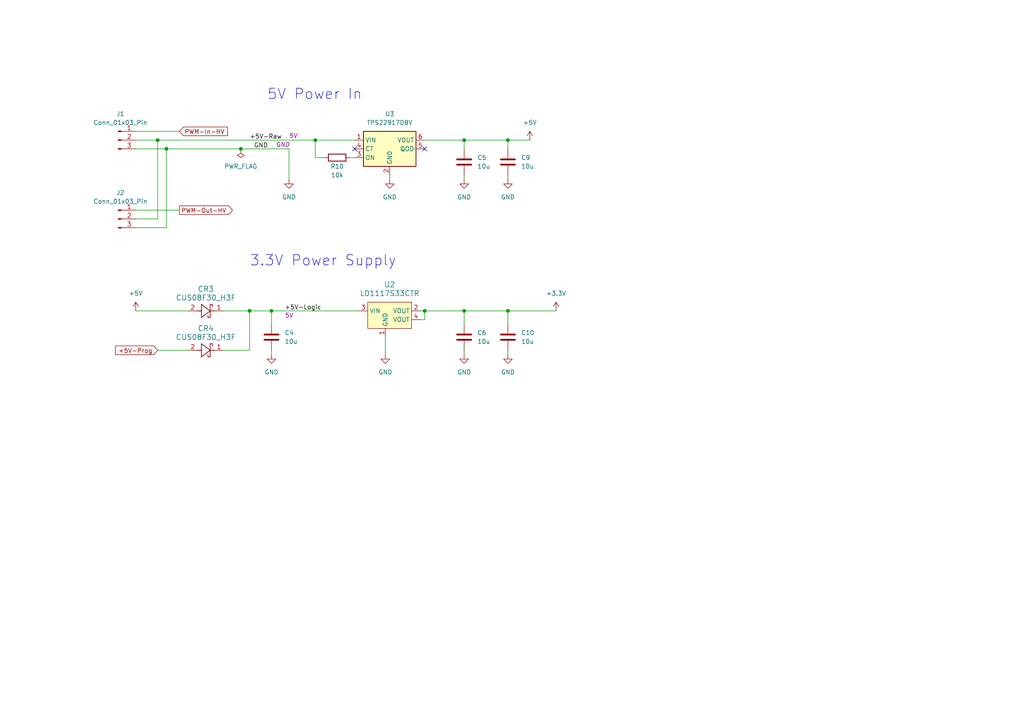
<source format=kicad_sch>
(kicad_sch (version 20230121) (generator eeschema)
  (paper "A4")
  (title_block (title "Hydrofoil Control") (date "2023-09-04") (rev "v1.1") (company "Tamás Nagy"))
  (lib_symbols
    (symbol "2023-10-06_10-19-56:CUS08F30_H3FT" (pin_names (offset 0.254))
      (property "Reference" "CR" (at 5.08 4.445 0))
      (property "Value" "CUS08F30_H3FT" (at 5.08 -3.81 0))
      (symbol "CUS08F30_H3FT_1_1"
        (polyline (pts (xy 2.54 0) (xy 3.4798 0)) (stroke (width 0.2032)))
        (polyline (pts (xy 3.175 0) (xy 3.81 0)) (stroke (width 0.2032)))
        (polyline (pts (xy 3.81 -1.905) (xy 6.35 0)) (stroke (width 0.2032)))
        (polyline (pts (xy 3.81 1.905) (xy 3.81 -1.905)) (stroke (width 0.2032)))
        (polyline (pts (xy 6.35 -1.905) (xy 6.35 1.905)) (stroke (width 0.2032)))
        (polyline (pts (xy 6.35 0) (xy 3.81 1.905)) (stroke (width 0.2032)))
        (polyline (pts (xy 6.35 0) (xy 7.62 0)) (stroke (width 0.2032)))
        (polyline (pts (xy 6.35 -1.905) (xy 5.715 -1.905) (xy 5.715 -1.27)) (stroke (width 0.2032)))
        (polyline (pts (xy 6.35 1.905) (xy 6.985 1.905) (xy 6.985 1.27)) (stroke (width 0.2032)))
        (pin unspecified line (at 10.16 0 180) (length 2.54) (name "") (number "1"))
        (pin unspecified line (at 0 0 0) (length 2.54) (name "") (number "2"))
      )
      (symbol "CUS08F30_H3FT_1_2"
        (polyline (pts (xy -1.905 3.81) (xy 1.905 3.81)) (stroke (width 0.2032)))
        (polyline (pts (xy 0 2.54) (xy 0 3.4798)) (stroke (width 0.2032)))
        (polyline (pts (xy 0 3.175) (xy 0 3.81)) (stroke (width 0.2032)))
        (polyline (pts (xy 0 6.35) (xy -1.905 3.81)) (stroke (width 0.2032)))
        (polyline (pts (xy 0 6.35) (xy 0 7.62)) (stroke (width 0.2032)))
        (polyline (pts (xy 1.905 3.81) (xy 0 6.35)) (stroke (width 0.2032)))
        (polyline (pts (xy 1.905 6.35) (xy -1.905 6.35)) (stroke (width 0.2032)))
        (pin unspecified line (at 0 10.16 270) (length 2.54) (name "") (number "1"))
        (pin unspecified line (at 0 0 90) (length 2.54) (name "") (number "2"))
      )
    )
    (symbol "Connector:Conn_01x03_Pin" (pin_names (offset 1.016) hide)
      (property "Reference" "J" (at 0 5.08 0))
      (property "Value" "Conn_01x03_Pin" (at 0 -5.08 0))
      (symbol "Conn_01x03_Pin_1_1"
        (polyline (pts (xy 1.27 -2.54) (xy 0.8636 -2.54)) (stroke (width 0.1524)))
        (polyline (pts (xy 1.27 0) (xy 0.8636 0)) (stroke (width 0.1524)))
        (polyline (pts (xy 1.27 2.54) (xy 0.8636 2.54)) (stroke (width 0.1524)))
        (rectangle (start 0.8636 -2.413) (end 0 -2.667) (stroke (width 0.1524)) (fill (type outline)))
        (rectangle (start 0.8636 0.127) (end 0 -0.127) (stroke (width 0.1524)) (fill (type outline)))
        (rectangle (start 0.8636 2.667) (end 0 2.413) (stroke (width 0.1524)) (fill (type outline)))
        (pin passive line (at 5.08 2.54 180) (length 3.81) (name "Pin_1") (number "1"))
        (pin passive line (at 5.08 0 180) (length 3.81) (name "Pin_2") (number "2"))
        (pin passive line (at 5.08 -2.54 180) (length 3.81) (name "Pin_3") (number "3"))
      )
    )
    (symbol "Device:C" (pin_numbers hide) (pin_names (offset 0.254))
      (property "Reference" "C" (at 0.635 2.54 0))
      (property "Value" "C" (at 0.635 -2.54 0))
      (symbol "C_0_1"
        (polyline (pts (xy -2.032 -0.762) (xy 2.032 -0.762)) (stroke (width 0.508)))
        (polyline (pts (xy -2.032 0.762) (xy 2.032 0.762)) (stroke (width 0.508)))
      )
      (symbol "C_1_1"
        (pin passive line (at 0 3.81 270) (length 2.794) (name "~") (number "1"))
        (pin passive line (at 0 -3.81 90) (length 2.794) (name "~") (number "2"))
      )
    )
    (symbol "Device:R" (pin_numbers hide) (pin_names (offset 0))
      (property "Reference" "R" (at 2.032 0 90))
      (property "Value" "R" (at 0 0 90))
      (symbol "R_0_1"
        (rectangle (start -1.016 -2.54) (end 1.016 2.54) (stroke (width 0.254)))
      )
      (symbol "R_1_1"
        (pin passive line (at 0 3.81 270) (length 1.27) (name "~") (number "1"))
        (pin passive line (at 0 -3.81 90) (length 1.27) (name "~") (number "2"))
      )
    )
    (symbol "Power_Management:TPS22917DBV"
      (property "Reference" "U" (at -6.35 6.35 0))
      (property "Value" "TPS22917DBV" (at 2.54 6.35 0))
      (symbol "TPS22917DBV_0_1"
        (rectangle (start -7.62 5.08) (end 7.62 -5.08) (stroke (width 0.254)) (fill (type background)))
      )
      (symbol "TPS22917DBV_1_1"
        (pin power_in line (at -10.16 2.54 0) (length 2.54) (name "VIN") (number "1"))
        (pin power_in line (at 0 -7.62 90) (length 2.54) (name "GND") (number "2"))
        (pin input line (at -10.16 -2.54 0) (length 2.54) (name "ON") (number "3"))
        (pin output line (at -10.16 0 0) (length 2.54) (name "CT") (number "4"))
        (pin open_collector line (at 10.16 0 180) (length 2.54) (name "QOD") (number "5"))
        (pin power_out line (at 10.16 2.54 180) (length 2.54) (name "VOUT") (number "6"))
      )
    )
    (symbol "dk_PMIC-Voltage-Regulators-Linear:LD1117S33CTR"
      (property "Reference" "U" (at 1.27 3.81 0))
      (property "Value" "LD1117S33CTR" (at 1.27 6.35 0))
      (symbol "LD1117S33CTR_1_1"
        (rectangle (start -5.08 2.54) (end 7.62 -5.08) (fill (type background)))
        (pin power_in line (at 0 -7.62 90) (length 2.54) (name "GND") (number "1"))
        (pin power_out line (at 10.16 0 180) (length 2.54) (name "VOUT") (number "2"))
        (pin power_in line (at -7.62 0 0) (length 2.54) (name "VIN") (number "3"))
        (pin power_out line (at 10.16 -2.54 180) (length 2.54) (name "VOUT") (number "4"))
      )
    )
    (symbol "power:+3.3V" (power) (pin_names (offset 0))
      (property "Value" "+3.3V" (at 0 3.556 0))
      (symbol "+3.3V_0_1"
        (polyline (pts (xy -0.762 1.27) (xy 0 2.54)))
        (polyline (pts (xy 0 0) (xy 0 2.54)))
        (polyline (pts (xy 0 2.54) (xy 0.762 1.27)))
      )
      (symbol "+3.3V_1_1"
        (pin power_in line (at 0 0 90) (length 0) hide (name "+3.3V") (number "1"))
      )
    )
    (symbol "power:+5V" (power) (pin_names (offset 0))
      (property "Value" "+5V" (at 0 3.556 0))
      (symbol "+5V_0_1"
        (polyline (pts (xy -0.762 1.27) (xy 0 2.54)))
        (polyline (pts (xy 0 0) (xy 0 2.54)))
        (polyline (pts (xy 0 2.54) (xy 0.762 1.27)))
      )
      (symbol "+5V_1_1"
        (pin power_in line (at 0 0 90) (length 0) hide (name "+5V") (number "1"))
      )
    )
    (symbol "power:GND" (power) (pin_names (offset 0))
      (property "Value" "GND" (at 0 -3.81 0))
      (symbol "GND_0_1"
        (polyline (pts (xy 0 0) (xy 0 -1.27) (xy 1.27 -1.27) (xy 0 -2.54) (xy -1.27 -1.27) (xy 0 -1.27)))
      )
      (symbol "GND_1_1"
        (pin power_in line (at 0 0 270) (length 0) hide (name "GND") (number "1"))
      )
    )
    (symbol "power:PWR_FLAG" (power) (pin_numbers hide) (pin_names (offset 0) hide)
      (property "Value" "PWR_FLAG" (at 0 3.81 0))
      (symbol "PWR_FLAG_0_0"
        (pin power_out line (at 0 0 90) (length 0) (name "pwr") (number "1"))
      )
      (symbol "PWR_FLAG_0_1"
        (polyline (pts (xy 0 0) (xy 0 1.27) (xy -1.016 1.905) (xy 0 2.54) (xy 1.016 1.905) (xy 0 1.27)))
      )
    )
  )
  (junction (at 91.44 40.64))
  (junction (at 147.32 40.64))
  (junction (at 78.74 90.17))
  (junction (at 69.85 43.18))
  (junction (at 147.32 90.17))
  (junction (at 72.39 90.17))
  (junction (at 45.72 40.64))
  (junction (at 134.62 90.17))
  (junction (at 123.19 90.17))
  (junction (at 48.26 43.18))
  (junction (at 134.62 40.64))
  (no_connect (at 123.19 43.18))
  (no_connect (at 102.87 43.18))
  (wire (pts (xy 134.62 90.17) (xy 123.19 90.17)))
  (wire (pts (xy 147.32 40.64) (xy 153.67 40.64)))
  (wire (pts (xy 45.72 101.6) (xy 54.61 101.6)))
  (wire (pts (xy 123.19 40.64) (xy 134.62 40.64)))
  (wire (pts (xy 123.19 90.17) (xy 123.19 92.71)))
  (wire (pts (xy 134.62 40.64) (xy 147.32 40.64)))
  (wire (pts (xy 113.03 50.8) (xy 113.03 52.07)))
  (wire (pts (xy 45.72 63.5) (xy 39.37 63.5)))
  (wire (pts (xy 147.32 102.87) (xy 147.32 101.6)))
  (wire (pts (xy 45.72 40.64) (xy 45.72 63.5)))
  (wire (pts (xy 91.44 40.64) (xy 102.87 40.64)))
  (wire (pts (xy 134.62 102.87) (xy 134.62 101.6)))
  (wire (pts (xy 48.26 43.18) (xy 69.85 43.18)))
  (wire (pts (xy 93.98 45.72) (xy 91.44 45.72)))
  (wire (pts (xy 101.6 45.72) (xy 102.87 45.72)))
  (wire (pts (xy 134.62 50.8) (xy 134.62 52.07)))
  (wire (pts (xy 134.62 93.98) (xy 134.62 90.17)))
  (wire (pts (xy 147.32 90.17) (xy 161.29 90.17)))
  (wire (pts (xy 39.37 38.1) (xy 52.07 38.1)))
  (wire (pts (xy 78.74 102.87) (xy 78.74 101.6)))
  (wire (pts (xy 72.39 90.17) (xy 78.74 90.17)))
  (wire (pts (xy 147.32 50.8) (xy 147.32 52.07)))
  (wire (pts (xy 39.37 60.96) (xy 52.07 60.96)))
  (wire (pts (xy 123.19 92.71) (xy 121.92 92.71)))
  (wire (pts (xy 134.62 40.64) (xy 134.62 43.18)))
  (wire (pts (xy 111.76 97.79) (xy 111.76 102.87)))
  (wire (pts (xy 78.74 90.17) (xy 104.14 90.17)))
  (wire (pts (xy 134.62 90.17) (xy 147.32 90.17)))
  (wire (pts (xy 72.39 101.6) (xy 72.39 90.17)))
  (wire (pts (xy 64.77 90.17) (xy 72.39 90.17)))
  (wire (pts (xy 39.37 40.64) (xy 45.72 40.64)))
  (wire (pts (xy 39.37 90.17) (xy 54.61 90.17)))
  (wire (pts (xy 147.32 40.64) (xy 147.32 43.18)))
  (wire (pts (xy 78.74 90.17) (xy 78.74 93.98)))
  (wire (pts (xy 45.72 40.64) (xy 91.44 40.64)))
  (wire (pts (xy 147.32 93.98) (xy 147.32 90.17)))
  (wire (pts (xy 83.82 43.18) (xy 83.82 52.07)))
  (wire (pts (xy 123.19 90.17) (xy 121.92 90.17)))
  (wire (pts (xy 39.37 66.04) (xy 48.26 66.04)))
  (wire (pts (xy 64.77 101.6) (xy 72.39 101.6)))
  (wire (pts (xy 48.26 43.18) (xy 48.26 66.04)))
  (wire (pts (xy 39.37 43.18) (xy 48.26 43.18)))
  (wire (pts (xy 69.85 43.18) (xy 83.82 43.18)))
  (wire (pts (xy 91.44 45.72) (xy 91.44 40.64)))
  (text "3.3V Power Supply" (at 72.39 77.47 0) (effects (font (size 3 3)) (justify left bottom)))
  (text "5V Power In" (at 77.47 29.21 0) (effects (font (size 3 3)) (justify left bottom)))
  (label "GND" (at 73.66 43.18 0) (property "Netclass" "GND" (at 80.01 41.91 0) (effects (font italic) (justify left))))
  (label "+5V-Logic" (at 82.55 90.17 0) (property "Netclass" "5V" (at 82.55 91.44 0) (effects (font italic) (justify left))))
  (label "+5V-Raw" (at 72.39 40.64 0) (property "Netclass" "5V" (at 83.82 39.37 0) (effects (font italic) (justify left))))
  (global_label "+5V-Prog" (shape input) (at 45.72 101.6 180) (property "Intersheetrefs" "${INTERSHEET_REFS}" (effects hide)) (property "Netclass" "5V" (effects hide)))
  (global_label "PWM-Out-HV" (shape output) (at 52.07 60.96 0) (property "Intersheetrefs" "${INTERSHEET_REFS}" (effects hide)) (property "Netclass" "Default" (effects hide)))
  (global_label "PWM-In-HV" (shape input) (at 52.07 38.1 0) (property "Intersheetrefs" "${INTERSHEET_REFS}" (effects hide)) (property "Netclass" "Default" (effects hide)))
  (symbol (lib_id "power:+5V") (at 39.37 90.17 0) (unit 1)
    (property "Reference" "#PWR018" (effects hide))
    (property "Value" "+5V" (at 39.37 85.09 0))
  )
  (symbol (lib_id "Connector:Conn_01x03_Pin") (at 34.29 40.64 0) (unit 1) (in_bom no)
    (property "Reference" "J1" (at 34.925 33.02 0))
    (property "Value" "Conn_01x03_Pin" (at 34.925 35.56 0))
    (property "Footprint" "Custom_Footprints:Solder_Connector" (effects hide))
  )
  (symbol (lib_id "Device:R") (at 97.79 45.72 270) (unit 1)
    (property "Reference" "R10" (at 97.79 48.26 90))
    (property "Value" "10k" (at 97.79 50.8 90))
    (property "Footprint" "Resistor_SMD:R_0402_1005Metric_Pad0.72x0.64mm_HandSolder" (effects hide))
    (property "MPN" "0402WGF1002TCE" (effects hide))
  )
  (symbol (lib_id "dk_PMIC-Voltage-Regulators-Linear:LD1117S33CTR") (at 111.76 90.17 0) (unit 1)
    (property "Reference" "U2" (at 113.03 82.55 0) (effects (font (size 1.524 1.524))))
    (property "Value" "LD1117S33CTR" (at 113.03 85.09 0) (effects (font (size 1.524 1.524))))
    (property "Footprint" "digikey-footprints:SOT-223" (effects hide))
    (property "Datasheet" "http://www.st.com/content/ccc/resource/technical/document/datasheet/99/3b/7d/91/91/51/4b/be/CD00000544.pdf/files/CD00000544.pdf/jcr:content/translations/en.CD00000544.pdf" (effects hide))
    (property "Digi-Key_PN" "497-1241-1-ND" (effects hide))
    (property "MPN" "LD1117S33CTR" (effects hide))
    (property "Category" "Integrated Circuits (ICs)" (effects hide))
    (property "Family" "PMIC - Voltage Regulators - Linear" (effects hide))
    (property "DK_Datasheet_Link" "http://www.st.com/content/ccc/resource/technical/document/datasheet/99/3b/7d/91/91/51/4b/be/CD00000544.pdf/files/CD00000544.pdf/jcr:content/translations/en.CD00000544.pdf" (effects hide))
    (property "DK_Detail_Page" "/product-detail/en/stmicroelectronics/LD1117S33CTR/497-1241-1-ND/586241" (effects hide))
    (property "Description" "IC REG LINEAR 3.3V 800MA SOT223" (effects hide))
    (property "Manufacturer" "STMicroelectronics" (effects hide))
    (property "Status" "Active" (effects hide))
  )
  (symbol (lib_id "power:GND") (at 113.03 52.07 0) (unit 1)
    (property "Reference" "#PWR022" (effects hide))
    (property "Value" "GND" (at 113.03 57.15 0))
  )
  (symbol (lib_id "Connector:Conn_01x03_Pin") (at 34.29 63.5 0) (unit 1) (in_bom no)
    (property "Reference" "J2" (at 34.925 55.88 0))
    (property "Value" "Conn_01x03_Pin" (at 34.925 58.42 0))
    (property "Footprint" "Custom_Footprints:Solder_Connector" (effects hide))
  )
  (symbol (lib_id "power:GND") (at 134.62 52.07 0) (unit 1)
    (property "Reference" "#PWR023" (effects hide))
    (property "Value" "GND" (at 134.62 57.15 0))
  )
  (symbol (lib_id "Device:C") (at 134.62 46.99 0) (unit 1)
    (property "Reference" "C5" (at 138.43 45.72 0) (effects (justify left)))
    (property "Value" "10u" (at 138.43 48.26 0) (effects (justify left)))
    (property "Footprint" "Capacitor_SMD:C_0402_1005Metric_Pad0.74x0.62mm_HandSolder" (effects hide))
    (property "MPN" "CL05A106MP5NUNC" (effects hide))
  )
  (symbol (lib_id "power:PWR_FLAG") (at 69.85 43.18 180) (unit 1)
    (property "Reference" "#FLG01" (effects hide))
    (property "Value" "PWR_FLAG" (at 69.85 48.26 0))
  )
  (symbol (lib_id "Device:C") (at 78.74 97.79 0) (unit 1)
    (property "Reference" "C4" (at 82.55 96.52 0) (effects (justify left)))
    (property "Value" "10u" (at 82.55 99.06 0) (effects (justify left)))
    (property "Footprint" "Capacitor_SMD:C_0402_1005Metric_Pad0.74x0.62mm_HandSolder" (effects hide))
    (property "MPN" "CL05A106MP5NUNC" (effects hide))
  )
  (symbol (lib_id "power:GND") (at 147.32 102.87 0) (unit 1)
    (property "Reference" "#PWR045" (effects hide))
    (property "Value" "GND" (at 147.32 107.95 0))
  )
  (symbol (lib_id "power:+3.3V") (at 161.29 90.17 0) (unit 1)
    (property "Reference" "#PWR026" (effects hide))
    (property "Value" "+3.3V" (at 161.29 85.09 0))
  )
  (symbol (lib_id "power:+5V") (at 153.67 40.64 0) (unit 1)
    (property "Reference" "#PWR025" (effects hide))
    (property "Value" "+5V" (at 153.67 35.56 0))
  )
  (symbol (lib_id "Device:C") (at 134.62 97.79 0) (unit 1)
    (property "Reference" "C6" (at 138.43 96.52 0) (effects (justify left)))
    (property "Value" "10u" (at 138.43 99.06 0) (effects (justify left)))
    (property "Footprint" "Capacitor_SMD:C_0402_1005Metric_Pad0.74x0.62mm_HandSolder" (effects hide))
    (property "MPN" "CL05A106MP5NUNC" (effects hide))
  )
  (symbol (lib_id "power:GND") (at 111.76 102.87 0) (unit 1)
    (property "Reference" "#PWR021" (effects hide))
    (property "Value" "GND" (at 111.76 107.95 0))
  )
  (symbol (lib_id "power:GND") (at 83.82 52.07 0) (unit 1)
    (property "Reference" "#PWR020" (effects hide))
    (property "Value" "GND" (at 83.82 57.15 0))
  )
  (symbol (lib_id "power:GND") (at 134.62 102.87 0) (unit 1)
    (property "Reference" "#PWR024" (effects hide))
    (property "Value" "GND" (at 134.62 107.95 0))
  )
  (symbol (lib_id "2023-10-06_10-19-56:CUS08F30_H3FT") (at 54.61 90.17 0) (unit 1)
    (property "Reference" "CR3" (at 59.69 83.82 0) (effects (font (size 1.524 1.524))))
    (property "Value" "CUS08F30_H3F" (at 59.69 86.36 0) (effects (font (size 1.524 1.524))))
    (property "Footprint" "CUS08F30:USC_TOS" (effects hide))
    (property "Datasheet" "https://www.vishay.com/docs/63717/sip32408.pdf" (effects hide))
    (property "MPN" "CUS08F30,H3F" (effects hide))
  )
  (symbol (lib_id "power:GND") (at 78.74 102.87 0) (unit 1)
    (property "Reference" "#PWR019" (effects hide))
    (property "Value" "GND" (at 78.74 107.95 0))
  )
  (symbol (lib_id "2023-10-06_10-19-56:CUS08F30_H3FT") (at 54.61 101.6 0) (unit 1)
    (property "Reference" "CR4" (at 59.69 95.25 0) (effects (font (size 1.524 1.524))))
    (property "Value" "CUS08F30_H3F" (at 59.69 97.79 0) (effects (font (size 1.524 1.524))))
    (property "Footprint" "CUS08F30:USC_TOS" (effects hide))
    (property "Datasheet" "https://www.vishay.com/docs/63717/sip32408.pdf" (effects hide))
    (property "MPN" "CUS08F30,H3F" (effects hide))
  )
  (symbol (lib_id "Device:C") (at 147.32 46.99 0) (unit 1)
    (property "Reference" "C9" (at 151.13 45.72 0) (effects (justify left)))
    (property "Value" "10u" (at 151.13 48.26 0) (effects (justify left)))
    (property "Footprint" "Capacitor_SMD:C_0402_1005Metric_Pad0.74x0.62mm_HandSolder" (effects hide))
    (property "MPN" "CL05A106MP5NUNC" (effects hide))
  )
  (symbol (lib_id "Device:C") (at 147.32 97.79 0) (unit 1)
    (property "Reference" "C10" (at 151.13 96.52 0) (effects (justify left)))
    (property "Value" "10u" (at 151.13 99.06 0) (effects (justify left)))
    (property "Footprint" "Capacitor_SMD:C_0402_1005Metric_Pad0.74x0.62mm_HandSolder" (effects hide))
    (property "MPN" "CL05A106MP5NUNC" (effects hide))
  )
  (symbol (lib_id "Power_Management:TPS22917DBV") (at 113.03 43.18 0) (unit 1)
    (property "Reference" "U3" (at 113.03 33.02 0))
    (property "Value" "TPS22917DBV" (at 113.03 35.56 0))
    (property "Footprint" "Package_TO_SOT_SMD:SOT-23-6" (effects hide))
    (property "Datasheet" "http://www.ti.com/lit/ds/symlink/tps22917.pdf" (effects hide))
    (property "MPN" "TPS22917DBVR" (effects hide))
  )
  (symbol (lib_id "power:GND") (at 147.32 52.07 0) (unit 1)
    (property "Reference" "#PWR044" (effects hide))
    (property "Value" "GND" (at 147.32 57.15 0))
  )
)
</source>
